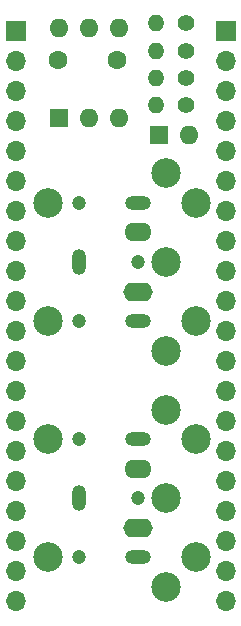
<source format=gbr>
%TF.GenerationSoftware,KiCad,Pcbnew,7.0.9*%
%TF.CreationDate,2024-05-31T08:48:14+01:00*%
%TF.ProjectId,PicoMIDIPackSingle,5069636f-4d49-4444-9950-61636b53696e,rev?*%
%TF.SameCoordinates,Original*%
%TF.FileFunction,Soldermask,Top*%
%TF.FilePolarity,Negative*%
%FSLAX46Y46*%
G04 Gerber Fmt 4.6, Leading zero omitted, Abs format (unit mm)*
G04 Created by KiCad (PCBNEW 7.0.9) date 2024-05-31 08:48:14*
%MOMM*%
%LPD*%
G01*
G04 APERTURE LIST*
%ADD10C,1.400000*%
%ADD11O,1.400000X1.400000*%
%ADD12R,1.600000X1.600000*%
%ADD13O,1.600000X1.600000*%
%ADD14C,1.200000*%
%ADD15O,2.200000X1.200000*%
%ADD16O,2.300000X1.600000*%
%ADD17O,1.200000X2.200000*%
%ADD18O,2.500000X1.600000*%
%ADD19C,2.499360*%
%ADD20C,1.600000*%
%ADD21R,1.700000X1.700000*%
%ADD22O,1.700000X1.700000*%
G04 APERTURE END LIST*
D10*
%TO.C,R3*%
X55500000Y-75200000D03*
D11*
X52960000Y-75200000D03*
%TD*%
D10*
%TO.C,R1*%
X55500000Y-82110000D03*
D11*
X52960000Y-82110000D03*
%TD*%
D12*
%TO.C,D1*%
X53200000Y-84680000D03*
D13*
X55740000Y-84680000D03*
%TD*%
D12*
%TO.C,U1*%
X44740000Y-83240000D03*
D13*
X47280000Y-83240000D03*
X49820000Y-83240000D03*
X49820000Y-75620000D03*
X47280000Y-75620000D03*
X44740000Y-75620000D03*
%TD*%
D14*
%TO.C,J4*%
X46435000Y-110425000D03*
X43935000Y-110425000D03*
X51435000Y-115425000D03*
X46435000Y-120425000D03*
X43935000Y-120425000D03*
D15*
X51435000Y-110425000D03*
D16*
X51435000Y-112925000D03*
D17*
X46435000Y-115425000D03*
D15*
X51435000Y-120425000D03*
D18*
X51435000Y-117925000D03*
%TD*%
D14*
%TO.C,J3*%
X46435000Y-90425000D03*
X43935000Y-90425000D03*
X51435000Y-95425000D03*
X46435000Y-100425000D03*
X43935000Y-100425000D03*
D15*
X51435000Y-90425000D03*
D16*
X51435000Y-92925000D03*
D17*
X46435000Y-95425000D03*
D15*
X51435000Y-100425000D03*
D18*
X51435000Y-97925000D03*
%TD*%
D19*
%TO.C,J1*%
X56364100Y-90428820D03*
X56364100Y-100421180D03*
X53862200Y-87926920D03*
X53864740Y-95425000D03*
X53862200Y-102923080D03*
X43867300Y-100426260D03*
X43867300Y-90423740D03*
%TD*%
D10*
%TO.C,R2*%
X55500000Y-79810000D03*
D11*
X52960000Y-79810000D03*
%TD*%
D19*
%TO.C,J2*%
X43867300Y-110423740D03*
X43867300Y-120426260D03*
X53862200Y-122923080D03*
X53864740Y-115425000D03*
X53862200Y-107926920D03*
X56364100Y-120421180D03*
X56364100Y-110428820D03*
%TD*%
D10*
%TO.C,R4*%
X55500000Y-77570000D03*
D11*
X52960000Y-77570000D03*
%TD*%
D20*
%TO.C,C1*%
X44700000Y-78360000D03*
X49700000Y-78360000D03*
%TD*%
D21*
%TO.C,J5*%
X58890000Y-75870000D03*
D22*
X58890000Y-78410000D03*
X58890000Y-80950000D03*
X58890000Y-83490000D03*
X58890000Y-86030000D03*
X58890000Y-88570000D03*
X58890000Y-91110000D03*
X58890000Y-93650000D03*
X58890000Y-96190000D03*
X58890000Y-98730000D03*
X58890000Y-101270000D03*
X58890000Y-103810000D03*
X58890000Y-106350000D03*
X58890000Y-108890000D03*
X58890000Y-111430000D03*
X58890000Y-113970000D03*
X58890000Y-116510000D03*
X58890000Y-119050000D03*
X58890000Y-121590000D03*
X58890000Y-124130000D03*
%TD*%
D21*
%TO.C,J6*%
X41110000Y-75870000D03*
D22*
X41110000Y-78410000D03*
X41110000Y-80950000D03*
X41110000Y-83490000D03*
X41110000Y-86030000D03*
X41110000Y-88570000D03*
X41110000Y-91110000D03*
X41110000Y-93650000D03*
X41110000Y-96190000D03*
X41110000Y-98730000D03*
X41110000Y-101270000D03*
X41110000Y-103810000D03*
X41110000Y-106350000D03*
X41110000Y-108890000D03*
X41110000Y-111430000D03*
X41110000Y-113970000D03*
X41110000Y-116510000D03*
X41110000Y-119050000D03*
X41110000Y-121590000D03*
X41110000Y-124130000D03*
%TD*%
M02*

</source>
